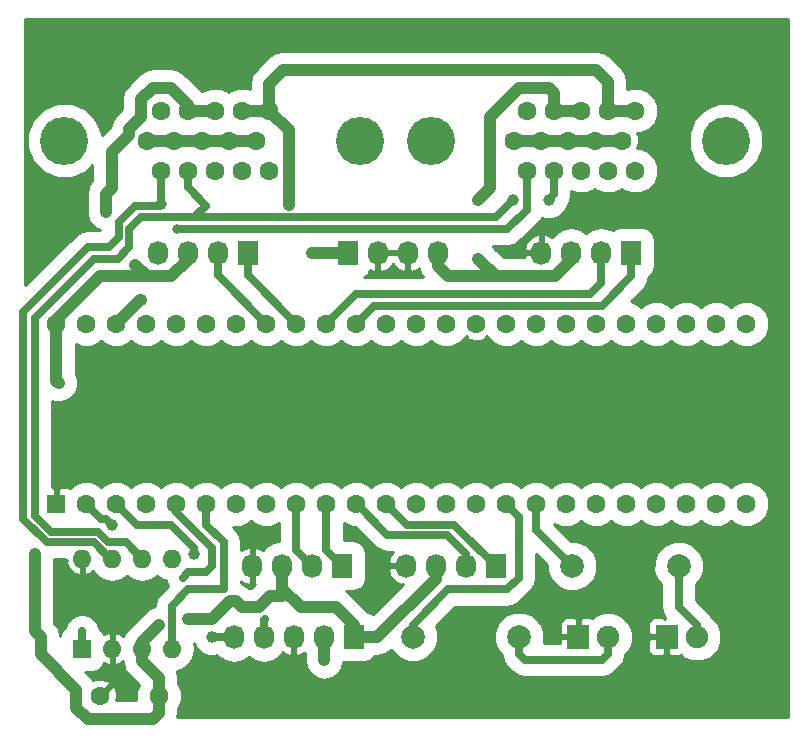
<source format=gbr>
G04 #@! TF.FileFunction,Copper,L2,Bot,Signal*
%FSLAX46Y46*%
G04 Gerber Fmt 4.6, Leading zero omitted, Abs format (unit mm)*
G04 Created by KiCad (PCBNEW 4.0.5) date Monday, January 30, 2017 'PMt' 03:56:46 PM*
%MOMM*%
%LPD*%
G01*
G04 APERTURE LIST*
%ADD10C,0.100000*%
%ADD11C,1.600000*%
%ADD12R,1.600000X1.600000*%
%ADD13R,1.727200X2.032000*%
%ADD14O,1.727200X2.032000*%
%ADD15R,1.900000X2.000000*%
%ADD16C,1.900000*%
%ADD17C,4.064000*%
%ADD18C,1.600200*%
%ADD19O,1.600000X1.600000*%
%ADD20C,2.000000*%
%ADD21C,1.000000*%
%ADD22C,0.800000*%
%ADD23C,0.600000*%
%ADD24C,1.000000*%
%ADD25C,0.650000*%
%ADD26C,0.254000*%
G04 APERTURE END LIST*
D10*
D11*
X193455001Y-123755000D03*
X195995001Y-123755000D03*
X198535001Y-123755000D03*
X201075001Y-123755000D03*
X190915001Y-123755000D03*
X188375001Y-123755000D03*
X185835001Y-123755000D03*
X203615001Y-123755000D03*
X206155001Y-123755000D03*
X208695001Y-123755000D03*
X211235001Y-123755000D03*
X211235001Y-108515000D03*
X208695001Y-108515000D03*
X206155001Y-108515000D03*
X203615001Y-108515000D03*
X201075001Y-108515000D03*
X198535001Y-108515000D03*
X195995001Y-108515000D03*
X193455001Y-108515000D03*
X183295001Y-123755000D03*
X180755001Y-123755000D03*
X178215001Y-123755000D03*
X175675001Y-123755000D03*
X173135001Y-123755000D03*
X170595001Y-123755000D03*
X168055001Y-123755000D03*
X165515001Y-123755000D03*
X162975001Y-123755000D03*
X160435001Y-123755000D03*
X157895001Y-123755000D03*
X155355001Y-123755000D03*
D12*
X152815001Y-123755000D03*
D11*
X190915001Y-108515000D03*
X188375001Y-108515000D03*
X185835001Y-108515000D03*
X183295001Y-108515000D03*
X180755001Y-108515000D03*
X178215001Y-108515000D03*
X175675001Y-108515000D03*
X173135001Y-108515000D03*
X170595001Y-108515000D03*
X168055001Y-108515000D03*
X165515001Y-108515000D03*
X162975001Y-108515000D03*
X160435001Y-108515000D03*
X157895001Y-108515000D03*
X155355001Y-108515000D03*
X152815001Y-108515000D03*
D13*
X169000000Y-102500000D03*
D14*
X166460000Y-102500000D03*
X163920000Y-102500000D03*
X161380000Y-102500000D03*
D15*
X197000000Y-135000000D03*
D16*
X199540000Y-135000000D03*
D15*
X204500000Y-135000000D03*
D16*
X207040000Y-135000000D03*
D17*
X153500660Y-93000000D03*
X178499340Y-93000000D03*
D18*
X170830000Y-90460000D03*
X169685000Y-93000000D03*
X168540000Y-90460000D03*
X166250000Y-90460000D03*
X163960000Y-90460000D03*
X161670000Y-90460000D03*
X167395000Y-93000000D03*
X165105000Y-93000000D03*
X162815000Y-93000000D03*
X160525000Y-93000000D03*
X170830000Y-95540000D03*
X168540000Y-95540000D03*
X166250000Y-95540000D03*
X163960000Y-95540000D03*
X161670000Y-95540000D03*
D17*
X184500660Y-93000000D03*
X209499340Y-93000000D03*
D18*
X201830000Y-90460000D03*
X200685000Y-93000000D03*
X199540000Y-90460000D03*
X197250000Y-90460000D03*
X194960000Y-90460000D03*
X192670000Y-90460000D03*
X198395000Y-93000000D03*
X196105000Y-93000000D03*
X193815000Y-93000000D03*
X191525000Y-93000000D03*
X201830000Y-95540000D03*
X199540000Y-95540000D03*
X197250000Y-95540000D03*
X194960000Y-95540000D03*
X192670000Y-95540000D03*
D13*
X177000000Y-129000000D03*
D14*
X174460000Y-129000000D03*
X171920000Y-129000000D03*
X169380000Y-129000000D03*
D13*
X190000000Y-129000000D03*
D14*
X187460000Y-129000000D03*
X184920000Y-129000000D03*
X182380000Y-129000000D03*
D13*
X201500000Y-102500000D03*
D14*
X198960000Y-102500000D03*
X196420000Y-102500000D03*
X193880000Y-102500000D03*
D13*
X178000000Y-135000000D03*
D14*
X175460000Y-135000000D03*
X172920000Y-135000000D03*
X170380000Y-135000000D03*
X167840000Y-135000000D03*
D12*
X155000000Y-136000000D03*
D19*
X162620000Y-128380000D03*
X157540000Y-136000000D03*
X160080000Y-128380000D03*
X160080000Y-136000000D03*
X157540000Y-128380000D03*
X162620000Y-136000000D03*
X155000000Y-128380000D03*
D20*
X196500000Y-129000000D03*
X205500000Y-129000000D03*
X183000000Y-135000000D03*
X192000000Y-135000000D03*
D13*
X177500000Y-102500000D03*
D14*
X180040000Y-102500000D03*
X182580000Y-102500000D03*
X185120000Y-102500000D03*
D11*
X161500000Y-140000000D03*
X156500000Y-140000000D03*
D21*
X174500000Y-102500000D03*
X172500000Y-98474998D03*
X153000000Y-113500000D03*
X151000000Y-128000000D03*
X161500000Y-134000000D03*
X164000000Y-133500000D03*
X159500000Y-103500000D03*
X157000000Y-99000000D03*
X188500000Y-103000000D03*
X188500000Y-98000000D03*
X194500000Y-98000000D03*
X191500000Y-98000000D03*
X161670000Y-98330000D03*
D22*
X163000000Y-100500000D03*
D23*
X175500000Y-137000000D03*
D21*
X160000000Y-106500000D03*
D23*
X170500000Y-133500000D03*
D21*
X157500000Y-125500000D03*
X164500000Y-128000000D03*
X166000000Y-135000000D03*
D23*
X163500000Y-130000000D03*
X155000000Y-134500000D03*
D24*
X191525000Y-93000000D02*
X193815000Y-93000000D01*
X193815000Y-93000000D02*
X196105000Y-93000000D01*
X196105000Y-93000000D02*
X198395000Y-93000000D01*
X198395000Y-93000000D02*
X200685000Y-93000000D01*
X160525000Y-93000000D02*
X162815000Y-93000000D01*
X162815000Y-93000000D02*
X165105000Y-93000000D01*
X165105000Y-93000000D02*
X167395000Y-93000000D01*
X167395000Y-93000000D02*
X169685000Y-93000000D01*
D25*
X192000000Y-135000000D02*
X192000000Y-136500000D01*
X199540000Y-136460000D02*
X199540000Y-135000000D01*
X199000000Y-137000000D02*
X199540000Y-136460000D01*
X192500000Y-137000000D02*
X199000000Y-137000000D01*
X192000000Y-136500000D02*
X192500000Y-137000000D01*
X205500000Y-129000000D02*
X205500000Y-132500000D01*
X207040000Y-134040000D02*
X207040000Y-135000000D01*
X205500000Y-132500000D02*
X207040000Y-134040000D01*
D24*
X172500000Y-92130000D02*
X172500000Y-98474998D01*
X170830000Y-90460000D02*
X172500000Y-92130000D01*
X174500000Y-102500000D02*
X177500000Y-102500000D01*
X170830000Y-90460000D02*
X170830000Y-88170000D01*
X199540000Y-88040000D02*
X199540000Y-90460000D01*
X198500000Y-87000000D02*
X199540000Y-88040000D01*
X172000000Y-87000000D02*
X198500000Y-87000000D01*
X170830000Y-88170000D02*
X172000000Y-87000000D01*
X199540000Y-90460000D02*
X201830000Y-90460000D01*
X168540000Y-90460000D02*
X170830000Y-90460000D01*
X154500000Y-139500000D02*
X151500000Y-136500000D01*
X153000000Y-113500000D02*
X152815001Y-113315001D01*
X152815001Y-108515000D02*
X152815001Y-113315001D01*
X161500000Y-141500000D02*
X161500000Y-140000000D01*
X161000000Y-142000000D02*
X161500000Y-141500000D01*
X155500000Y-142000000D02*
X161000000Y-142000000D01*
X154500000Y-141000000D02*
X155500000Y-142000000D01*
X154500000Y-139500000D02*
X154500000Y-141000000D01*
X151000000Y-134500000D02*
X151000000Y-128000000D01*
X151500000Y-135000000D02*
X151000000Y-134500000D01*
X151500000Y-136500000D02*
X151500000Y-135000000D01*
X166000000Y-133500000D02*
X164000000Y-133500000D01*
X170920000Y-131580000D02*
X170000000Y-132500000D01*
X170000000Y-132500000D02*
X168500000Y-132500000D01*
X168500000Y-132500000D02*
X168000000Y-132000000D01*
X168000000Y-132000000D02*
X167500000Y-132000000D01*
X167500000Y-132000000D02*
X166000000Y-133500000D01*
X171920000Y-129000000D02*
X171920000Y-131580000D01*
X171920000Y-131580000D02*
X170920000Y-131580000D01*
X161500000Y-134000000D02*
X160080000Y-135420000D01*
X160080000Y-135420000D02*
X160080000Y-136000000D01*
X161500000Y-140000000D02*
X161500000Y-138500000D01*
X160080000Y-137080000D02*
X160080000Y-136000000D01*
X161500000Y-138500000D02*
X160080000Y-137080000D01*
X160500000Y-104500000D02*
X156500000Y-104500000D01*
X156500000Y-104500000D02*
X152815001Y-108184999D01*
X152815001Y-108184999D02*
X152815001Y-108515000D01*
X163960000Y-89960000D02*
X162500000Y-88500000D01*
X161000000Y-88500000D02*
X162500000Y-88500000D01*
X160000000Y-89500000D02*
X161000000Y-88500000D01*
X160000000Y-91000000D02*
X160000000Y-89500000D01*
X159000000Y-92000000D02*
X160000000Y-91000000D01*
X159000000Y-92500000D02*
X159000000Y-92000000D01*
X157500000Y-94000000D02*
X159000000Y-92500000D01*
X157500000Y-97000000D02*
X157500000Y-94000000D01*
X157000000Y-97500000D02*
X157500000Y-97000000D01*
X157000000Y-99000000D02*
X157000000Y-97500000D01*
X162500000Y-104500000D02*
X163920000Y-103080000D01*
X160500000Y-104500000D02*
X162500000Y-104500000D01*
X159500000Y-103500000D02*
X160500000Y-104500000D01*
X196420000Y-102500000D02*
X196420000Y-103080000D01*
X196420000Y-103080000D02*
X195000000Y-104500000D01*
X195000000Y-104500000D02*
X190000000Y-104500000D01*
X190000000Y-104500000D02*
X188500000Y-103000000D01*
X188500000Y-98000000D02*
X189500000Y-97000000D01*
X189500000Y-97000000D02*
X189500000Y-91000000D01*
X189500000Y-91000000D02*
X192000000Y-88500000D01*
X192000000Y-88500000D02*
X194500000Y-88500000D01*
X194500000Y-88500000D02*
X194960000Y-88960000D01*
X194960000Y-88960000D02*
X194960000Y-90460000D01*
X163920000Y-103080000D02*
X163920000Y-102500000D01*
X196420000Y-103080000D02*
X195000000Y-104500000D01*
X185120000Y-103620000D02*
X185120000Y-102500000D01*
X186000000Y-104500000D02*
X185120000Y-103620000D01*
X195000000Y-104500000D02*
X186000000Y-104500000D01*
X163960000Y-89960000D02*
X163960000Y-90460000D01*
X163960000Y-90460000D02*
X163960000Y-89960000D01*
X194960000Y-90460000D02*
X197250000Y-90460000D01*
X163960000Y-90460000D02*
X166250000Y-90460000D01*
X178000000Y-135000000D02*
X180000000Y-135000000D01*
X184920000Y-130080000D02*
X184920000Y-129000000D01*
X180000000Y-135000000D02*
X184920000Y-130080000D01*
X178000000Y-135000000D02*
X178000000Y-134000000D01*
X178000000Y-134000000D02*
X176500000Y-132500000D01*
X176500000Y-132500000D02*
X173500000Y-132500000D01*
X173500000Y-132500000D02*
X171920000Y-130920000D01*
X171920000Y-130920000D02*
X171920000Y-129000000D01*
X160080000Y-136000000D02*
X160080000Y-135920000D01*
D25*
X158700000Y-127000000D02*
X157202084Y-127000000D01*
X160080000Y-128380000D02*
X158700000Y-127000000D01*
X151000000Y-124797916D02*
X151000000Y-108000000D01*
X151000000Y-108000000D02*
X156000000Y-103000000D01*
X159000000Y-100500000D02*
X160000000Y-99500000D01*
X160000000Y-99500000D02*
X164500000Y-99500000D01*
X159000000Y-102000000D02*
X159000000Y-100500000D01*
X158000000Y-103000000D02*
X159000000Y-102000000D01*
X156000000Y-103000000D02*
X158000000Y-103000000D01*
X152352082Y-126149998D02*
X151000000Y-124797916D01*
X156352082Y-126149998D02*
X152352082Y-126149998D01*
X157202084Y-127000000D02*
X156352082Y-126149998D01*
X164500000Y-99500000D02*
X190000000Y-99500000D01*
X194960000Y-97540000D02*
X194960000Y-95540000D01*
X194500000Y-98000000D02*
X194960000Y-97540000D01*
X190000000Y-99500000D02*
X191500000Y-98000000D01*
X163960000Y-96960000D02*
X163960000Y-95540000D01*
X165500000Y-98500000D02*
X163960000Y-96960000D01*
X164500000Y-99500000D02*
X165500000Y-98500000D01*
X163960000Y-95540000D02*
X163960000Y-95960000D01*
X152000000Y-127000000D02*
X156000000Y-127000000D01*
X152000000Y-127000000D02*
X150000000Y-125000000D01*
X150000000Y-107500000D02*
X155500000Y-102000000D01*
X150000000Y-107500000D02*
X150000000Y-125000000D01*
X158148958Y-99851042D02*
X158148958Y-101148958D01*
X159500000Y-98500000D02*
X158148958Y-99851042D01*
X161500000Y-98500000D02*
X159500000Y-98500000D01*
X161670000Y-98330000D02*
X161500000Y-98500000D01*
X157297916Y-102000000D02*
X158148958Y-101148958D01*
X155500000Y-102000000D02*
X157297916Y-102000000D01*
X156000000Y-127000000D02*
X157380000Y-128380000D01*
X157380000Y-128380000D02*
X157540000Y-128380000D01*
X163000000Y-100500000D02*
X191000000Y-100500000D01*
X191000000Y-100500000D02*
X192670000Y-98830000D01*
X192670000Y-98830000D02*
X192670000Y-95540000D01*
X161670000Y-95540000D02*
X161670000Y-98330000D01*
X175675001Y-123755000D02*
X175675001Y-127675001D01*
X175675001Y-127675001D02*
X177000000Y-129000000D01*
X173135001Y-123755000D02*
X173135001Y-127675001D01*
X173135001Y-127675001D02*
X174460000Y-129000000D01*
X180755001Y-123755000D02*
X180755001Y-123755001D01*
X180755001Y-123755001D02*
X182500000Y-125500000D01*
X182500000Y-125500000D02*
X186500000Y-125500000D01*
X186500000Y-125500000D02*
X190000000Y-129000000D01*
X178215001Y-123755000D02*
X178255000Y-123755000D01*
X178255000Y-123755000D02*
X180850002Y-126350002D01*
X187460000Y-127960000D02*
X187460000Y-129000000D01*
X185850002Y-126350002D02*
X187460000Y-127960000D01*
X180850002Y-126350002D02*
X185850002Y-126350002D01*
X201500000Y-102500000D02*
X201500000Y-104500000D01*
X179730001Y-107000000D02*
X178215001Y-108515000D01*
X199000000Y-107000000D02*
X179730001Y-107000000D01*
X201500000Y-104500000D02*
X199000000Y-107000000D01*
X198960000Y-102500000D02*
X198960000Y-105040000D01*
X178190001Y-106000000D02*
X175675001Y-108515000D01*
X198000000Y-106000000D02*
X178190001Y-106000000D01*
X198960000Y-105040000D02*
X198000000Y-106000000D01*
X175675001Y-108515000D02*
X175675001Y-108675001D01*
X169000000Y-102500000D02*
X169000000Y-104379999D01*
X169000000Y-104379999D02*
X173135001Y-108515000D01*
X166460000Y-102500000D02*
X166460000Y-104379999D01*
X166460000Y-104379999D02*
X170595001Y-108515000D01*
X170500000Y-108419999D02*
X170595001Y-108515000D01*
X170515000Y-108515000D02*
X170595001Y-108515000D01*
D24*
X175500000Y-137000000D02*
X175460000Y-136960000D01*
X175460000Y-136960000D02*
X175460000Y-135000000D01*
X160000000Y-106500000D02*
X159910001Y-106500000D01*
X159910001Y-106500000D02*
X157895001Y-108515000D01*
D25*
X170500000Y-133500000D02*
X170380000Y-133620000D01*
X170380000Y-133620000D02*
X170380000Y-135000000D01*
X156600001Y-125000000D02*
X155355001Y-123755000D01*
X157000000Y-125000000D02*
X156600001Y-125000000D01*
X157500000Y-125500000D02*
X157000000Y-125000000D01*
X155355001Y-123755000D02*
X155605002Y-123755000D01*
X157895001Y-123755000D02*
X159640001Y-125500000D01*
X162500000Y-125500000D02*
X159640001Y-125500000D01*
X164500000Y-127500000D02*
X162500000Y-125500000D01*
X164500000Y-128000000D02*
X164500000Y-127500000D01*
X166000000Y-135000000D02*
X167840000Y-135000000D01*
X163500000Y-130000000D02*
X164000000Y-129500000D01*
X164000000Y-129500000D02*
X165500000Y-129500000D01*
X165500000Y-129500000D02*
X166000000Y-129000000D01*
X166000000Y-129000000D02*
X166000000Y-127500000D01*
X162975001Y-124475001D02*
X166000000Y-127500000D01*
X155000000Y-134500000D02*
X155000000Y-136000000D01*
X162975001Y-124475001D02*
X162975001Y-123755000D01*
X167000000Y-131000000D02*
X164000000Y-131000000D01*
X167000000Y-131000000D02*
X167000000Y-127000000D01*
X167000000Y-127000000D02*
X165500000Y-125500000D01*
X165500000Y-123770001D02*
X165500000Y-125500000D01*
X162620000Y-132380000D02*
X162620000Y-136000000D01*
X164000000Y-131000000D02*
X162620000Y-132380000D01*
X165500000Y-123770001D02*
X165515001Y-123755000D01*
X193455001Y-123755000D02*
X193455001Y-125955001D01*
X193455001Y-125955001D02*
X196500000Y-129000000D01*
X183000000Y-135000000D02*
X183000000Y-134000000D01*
X183000000Y-134000000D02*
X186000000Y-131000000D01*
X186000000Y-131000000D02*
X191000000Y-131000000D01*
X191000000Y-131000000D02*
X192000000Y-130000000D01*
X192000000Y-130000000D02*
X192000000Y-124839999D01*
X192000000Y-124839999D02*
X190915001Y-123755000D01*
D26*
G36*
X214798000Y-141798000D02*
X163067725Y-141798000D01*
X163127001Y-141500000D01*
X163127000Y-141499995D01*
X163127000Y-141098651D01*
X163132678Y-141092983D01*
X163426665Y-140384986D01*
X163427334Y-139618378D01*
X163134584Y-138909868D01*
X163127000Y-138902271D01*
X163127000Y-138500000D01*
X163005288Y-137888113D01*
X163357431Y-137818068D01*
X163982595Y-137400347D01*
X164400316Y-136775183D01*
X164547000Y-136037752D01*
X164547000Y-135962248D01*
X164463291Y-135541415D01*
X164619892Y-135920418D01*
X165077175Y-136378499D01*
X165674950Y-136626717D01*
X166322211Y-136627282D01*
X166421850Y-136586112D01*
X166432433Y-136601951D01*
X167078230Y-137033459D01*
X167840000Y-137184984D01*
X168601770Y-137033459D01*
X169110000Y-136693870D01*
X169618230Y-137033459D01*
X170380000Y-137184984D01*
X171141770Y-137033459D01*
X171787567Y-136601951D01*
X171982184Y-136310686D01*
X172017964Y-136350732D01*
X172545209Y-136604709D01*
X172560974Y-136607358D01*
X172793000Y-136486217D01*
X172793000Y-135127000D01*
X172773000Y-135127000D01*
X172773000Y-134873000D01*
X172793000Y-134873000D01*
X172793000Y-134853000D01*
X173047000Y-134853000D01*
X173047000Y-134873000D01*
X173067000Y-134873000D01*
X173067000Y-135127000D01*
X173047000Y-135127000D01*
X173047000Y-136486217D01*
X173279026Y-136607358D01*
X173294791Y-136604709D01*
X173822036Y-136350732D01*
X173833000Y-136338461D01*
X173833000Y-136960000D01*
X173956848Y-137582626D01*
X174309537Y-138110463D01*
X174349538Y-138150463D01*
X174877374Y-138503152D01*
X175500000Y-138627001D01*
X176122626Y-138503152D01*
X176650463Y-138150463D01*
X177003152Y-137622626D01*
X177095800Y-137156857D01*
X177136400Y-137165079D01*
X178863600Y-137165079D01*
X179281241Y-137086494D01*
X179664819Y-136839669D01*
X179810130Y-136627000D01*
X180000000Y-136627000D01*
X180622626Y-136503152D01*
X181150463Y-136150463D01*
X181167079Y-136133847D01*
X181195766Y-136203274D01*
X181793578Y-136802131D01*
X182575057Y-137126630D01*
X183421230Y-137127368D01*
X184203274Y-136804234D01*
X184802131Y-136206422D01*
X185126630Y-135424943D01*
X185126633Y-135421230D01*
X189872632Y-135421230D01*
X190195766Y-136203274D01*
X190561942Y-136570090D01*
X190658527Y-137055657D01*
X190973281Y-137526719D01*
X191473281Y-138026719D01*
X191944344Y-138341473D01*
X192500000Y-138452000D01*
X199000000Y-138452000D01*
X199555657Y-138341473D01*
X200026719Y-138026719D01*
X200566719Y-137486719D01*
X200881473Y-137015657D01*
X200985722Y-136491561D01*
X201299768Y-136178062D01*
X201616639Y-135414953D01*
X201616751Y-135285750D01*
X202915000Y-135285750D01*
X202915000Y-136126309D01*
X203011673Y-136359698D01*
X203190301Y-136538327D01*
X203423690Y-136635000D01*
X204214250Y-136635000D01*
X204373000Y-136476250D01*
X204373000Y-135127000D01*
X203073750Y-135127000D01*
X202915000Y-135285750D01*
X201616751Y-135285750D01*
X201617360Y-134588672D01*
X201321937Y-133873691D01*
X202915000Y-133873691D01*
X202915000Y-134714250D01*
X203073750Y-134873000D01*
X204373000Y-134873000D01*
X204373000Y-134853000D01*
X204627000Y-134853000D01*
X204627000Y-134873000D01*
X204647000Y-134873000D01*
X204647000Y-135127000D01*
X204627000Y-135127000D01*
X204627000Y-136476250D01*
X204785750Y-136635000D01*
X205576310Y-136635000D01*
X205690267Y-136587797D01*
X205861938Y-136759768D01*
X206625047Y-137076639D01*
X207451328Y-137077360D01*
X208214989Y-136761822D01*
X208799768Y-136178062D01*
X209116639Y-135414953D01*
X209117360Y-134588672D01*
X208801822Y-133825011D01*
X208218971Y-133241143D01*
X208066719Y-133013281D01*
X206952000Y-131898562D01*
X206952000Y-130555942D01*
X207302131Y-130206422D01*
X207626630Y-129424943D01*
X207627368Y-128578770D01*
X207304234Y-127796726D01*
X206706422Y-127197869D01*
X205924943Y-126873370D01*
X205078770Y-126872632D01*
X204296726Y-127195766D01*
X203697869Y-127793578D01*
X203373370Y-128575057D01*
X203372632Y-129421230D01*
X203695766Y-130203274D01*
X204048000Y-130556124D01*
X204048000Y-132500000D01*
X204158527Y-133055657D01*
X204372998Y-133376635D01*
X204372998Y-133523748D01*
X204214250Y-133365000D01*
X203423690Y-133365000D01*
X203190301Y-133461673D01*
X203011673Y-133640302D01*
X202915000Y-133873691D01*
X201321937Y-133873691D01*
X201301822Y-133825011D01*
X200718062Y-133240232D01*
X199954953Y-132923361D01*
X199128672Y-132922640D01*
X198365011Y-133238178D01*
X198190561Y-133412324D01*
X198076310Y-133365000D01*
X197285750Y-133365000D01*
X197127000Y-133523750D01*
X197127000Y-134873000D01*
X197147000Y-134873000D01*
X197147000Y-135127000D01*
X197127000Y-135127000D01*
X197127000Y-135147000D01*
X196873000Y-135147000D01*
X196873000Y-135127000D01*
X195573750Y-135127000D01*
X195415000Y-135285750D01*
X195415000Y-135548000D01*
X194075532Y-135548000D01*
X194126630Y-135424943D01*
X194127368Y-134578770D01*
X193836036Y-133873691D01*
X195415000Y-133873691D01*
X195415000Y-134714250D01*
X195573750Y-134873000D01*
X196873000Y-134873000D01*
X196873000Y-133523750D01*
X196714250Y-133365000D01*
X195923690Y-133365000D01*
X195690301Y-133461673D01*
X195511673Y-133640302D01*
X195415000Y-133873691D01*
X193836036Y-133873691D01*
X193804234Y-133796726D01*
X193206422Y-133197869D01*
X192424943Y-132873370D01*
X191578770Y-132872632D01*
X190796726Y-133195766D01*
X190197869Y-133793578D01*
X189873370Y-134575057D01*
X189872632Y-135421230D01*
X185126633Y-135421230D01*
X185127368Y-134578770D01*
X184936530Y-134116908D01*
X186601438Y-132452000D01*
X191000000Y-132452000D01*
X191555657Y-132341473D01*
X192026719Y-132026719D01*
X193026719Y-131026719D01*
X193341473Y-130555656D01*
X193452000Y-130000000D01*
X193452000Y-128005438D01*
X194373063Y-128926501D01*
X194372632Y-129421230D01*
X194695766Y-130203274D01*
X195293578Y-130802131D01*
X196075057Y-131126630D01*
X196921230Y-131127368D01*
X197703274Y-130804234D01*
X198302131Y-130206422D01*
X198626630Y-129424943D01*
X198627368Y-128578770D01*
X198304234Y-127796726D01*
X197706422Y-127197869D01*
X196924943Y-126873370D01*
X196426373Y-126872935D01*
X194968879Y-125415441D01*
X195610015Y-125681665D01*
X196376623Y-125682334D01*
X197085133Y-125389584D01*
X197264840Y-125210190D01*
X197442018Y-125387678D01*
X198150015Y-125681665D01*
X198916623Y-125682334D01*
X199625133Y-125389584D01*
X199804840Y-125210190D01*
X199982018Y-125387678D01*
X200690015Y-125681665D01*
X201456623Y-125682334D01*
X202165133Y-125389584D01*
X202344840Y-125210190D01*
X202522018Y-125387678D01*
X203230015Y-125681665D01*
X203996623Y-125682334D01*
X204705133Y-125389584D01*
X204884840Y-125210190D01*
X205062018Y-125387678D01*
X205770015Y-125681665D01*
X206536623Y-125682334D01*
X207245133Y-125389584D01*
X207424840Y-125210190D01*
X207602018Y-125387678D01*
X208310015Y-125681665D01*
X209076623Y-125682334D01*
X209785133Y-125389584D01*
X209964840Y-125210190D01*
X210142018Y-125387678D01*
X210850015Y-125681665D01*
X211616623Y-125682334D01*
X212325133Y-125389584D01*
X212867679Y-124847983D01*
X213161666Y-124139986D01*
X213162335Y-123373378D01*
X212869585Y-122664868D01*
X212327984Y-122122322D01*
X211619987Y-121828335D01*
X210853379Y-121827666D01*
X210144869Y-122120416D01*
X209965162Y-122299810D01*
X209787984Y-122122322D01*
X209079987Y-121828335D01*
X208313379Y-121827666D01*
X207604869Y-122120416D01*
X207425162Y-122299810D01*
X207247984Y-122122322D01*
X206539987Y-121828335D01*
X205773379Y-121827666D01*
X205064869Y-122120416D01*
X204885162Y-122299810D01*
X204707984Y-122122322D01*
X203999987Y-121828335D01*
X203233379Y-121827666D01*
X202524869Y-122120416D01*
X202345162Y-122299810D01*
X202167984Y-122122322D01*
X201459987Y-121828335D01*
X200693379Y-121827666D01*
X199984869Y-122120416D01*
X199805162Y-122299810D01*
X199627984Y-122122322D01*
X198919987Y-121828335D01*
X198153379Y-121827666D01*
X197444869Y-122120416D01*
X197265162Y-122299810D01*
X197087984Y-122122322D01*
X196379987Y-121828335D01*
X195613379Y-121827666D01*
X194904869Y-122120416D01*
X194725162Y-122299810D01*
X194547984Y-122122322D01*
X193839987Y-121828335D01*
X193073379Y-121827666D01*
X192364869Y-122120416D01*
X192185162Y-122299810D01*
X192007984Y-122122322D01*
X191299987Y-121828335D01*
X190533379Y-121827666D01*
X189824869Y-122120416D01*
X189645162Y-122299810D01*
X189467984Y-122122322D01*
X188759987Y-121828335D01*
X187993379Y-121827666D01*
X187284869Y-122120416D01*
X187105162Y-122299810D01*
X186927984Y-122122322D01*
X186219987Y-121828335D01*
X185453379Y-121827666D01*
X184744869Y-122120416D01*
X184565162Y-122299810D01*
X184387984Y-122122322D01*
X183679987Y-121828335D01*
X182913379Y-121827666D01*
X182204869Y-122120416D01*
X182025162Y-122299810D01*
X181847984Y-122122322D01*
X181139987Y-121828335D01*
X180373379Y-121827666D01*
X179664869Y-122120416D01*
X179485162Y-122299810D01*
X179307984Y-122122322D01*
X178599987Y-121828335D01*
X177833379Y-121827666D01*
X177124869Y-122120416D01*
X176945162Y-122299810D01*
X176767984Y-122122322D01*
X176059987Y-121828335D01*
X175293379Y-121827666D01*
X174584869Y-122120416D01*
X174405162Y-122299810D01*
X174227984Y-122122322D01*
X173519987Y-121828335D01*
X172753379Y-121827666D01*
X172044869Y-122120416D01*
X171865162Y-122299810D01*
X171687984Y-122122322D01*
X170979987Y-121828335D01*
X170213379Y-121827666D01*
X169504869Y-122120416D01*
X169325162Y-122299810D01*
X169147984Y-122122322D01*
X168439987Y-121828335D01*
X167673379Y-121827666D01*
X166964869Y-122120416D01*
X166785162Y-122299810D01*
X166607984Y-122122322D01*
X165899987Y-121828335D01*
X165133379Y-121827666D01*
X164424869Y-122120416D01*
X164245162Y-122299810D01*
X164067984Y-122122322D01*
X163359987Y-121828335D01*
X162593379Y-121827666D01*
X161884869Y-122120416D01*
X161705162Y-122299810D01*
X161527984Y-122122322D01*
X160819987Y-121828335D01*
X160053379Y-121827666D01*
X159344869Y-122120416D01*
X159165162Y-122299810D01*
X158987984Y-122122322D01*
X158279987Y-121828335D01*
X157513379Y-121827666D01*
X156804869Y-122120416D01*
X156625162Y-122299810D01*
X156447984Y-122122322D01*
X155739987Y-121828335D01*
X154973379Y-121827666D01*
X154264869Y-122120416D01*
X153970032Y-122414740D01*
X153741310Y-122320000D01*
X153100751Y-122320000D01*
X152942001Y-122478750D01*
X152942001Y-123628000D01*
X152962001Y-123628000D01*
X152962001Y-123882000D01*
X152942001Y-123882000D01*
X152942001Y-123902000D01*
X152688001Y-123902000D01*
X152688001Y-123882000D01*
X152668001Y-123882000D01*
X152668001Y-123628000D01*
X152688001Y-123628000D01*
X152688001Y-122478750D01*
X152529251Y-122320000D01*
X152452000Y-122320000D01*
X152452000Y-115034140D01*
X152674950Y-115126717D01*
X153322211Y-115127282D01*
X153920418Y-114880108D01*
X154378499Y-114422825D01*
X154626717Y-113825050D01*
X154627282Y-113177789D01*
X154442001Y-112729375D01*
X154442001Y-110222414D01*
X154970015Y-110441665D01*
X155736623Y-110442334D01*
X156445133Y-110149584D01*
X156624840Y-109970190D01*
X156802018Y-110147678D01*
X157510015Y-110441665D01*
X158276623Y-110442334D01*
X158985133Y-110149584D01*
X159164840Y-109970190D01*
X159342018Y-110147678D01*
X160050015Y-110441665D01*
X160816623Y-110442334D01*
X161525133Y-110149584D01*
X161704840Y-109970190D01*
X161882018Y-110147678D01*
X162590015Y-110441665D01*
X163356623Y-110442334D01*
X164065133Y-110149584D01*
X164244840Y-109970190D01*
X164422018Y-110147678D01*
X165130015Y-110441665D01*
X165896623Y-110442334D01*
X166605133Y-110149584D01*
X166784840Y-109970190D01*
X166962018Y-110147678D01*
X167670015Y-110441665D01*
X168436623Y-110442334D01*
X169145133Y-110149584D01*
X169324840Y-109970190D01*
X169502018Y-110147678D01*
X170210015Y-110441665D01*
X170976623Y-110442334D01*
X171685133Y-110149584D01*
X171864840Y-109970190D01*
X172042018Y-110147678D01*
X172750015Y-110441665D01*
X173516623Y-110442334D01*
X174225133Y-110149584D01*
X174404840Y-109970190D01*
X174582018Y-110147678D01*
X175290015Y-110441665D01*
X176056623Y-110442334D01*
X176765133Y-110149584D01*
X176944840Y-109970190D01*
X177122018Y-110147678D01*
X177830015Y-110441665D01*
X178596623Y-110442334D01*
X179305133Y-110149584D01*
X179484840Y-109970190D01*
X179662018Y-110147678D01*
X180370015Y-110441665D01*
X181136623Y-110442334D01*
X181845133Y-110149584D01*
X182024840Y-109970190D01*
X182202018Y-110147678D01*
X182910015Y-110441665D01*
X183676623Y-110442334D01*
X184385133Y-110149584D01*
X184564840Y-109970190D01*
X184742018Y-110147678D01*
X185450015Y-110441665D01*
X186216623Y-110442334D01*
X186925133Y-110149584D01*
X187467679Y-109607983D01*
X187471977Y-109597632D01*
X187546862Y-109522747D01*
X187620996Y-109768864D01*
X188158224Y-109961965D01*
X188728455Y-109934778D01*
X189129006Y-109768864D01*
X189203140Y-109522747D01*
X189276820Y-109596427D01*
X189280417Y-109605132D01*
X189822018Y-110147678D01*
X190530015Y-110441665D01*
X191296623Y-110442334D01*
X192005133Y-110149584D01*
X192184840Y-109970190D01*
X192362018Y-110147678D01*
X193070015Y-110441665D01*
X193836623Y-110442334D01*
X194545133Y-110149584D01*
X194724840Y-109970190D01*
X194902018Y-110147678D01*
X195610015Y-110441665D01*
X196376623Y-110442334D01*
X197085133Y-110149584D01*
X197264840Y-109970190D01*
X197442018Y-110147678D01*
X198150015Y-110441665D01*
X198916623Y-110442334D01*
X199625133Y-110149584D01*
X199804840Y-109970190D01*
X199982018Y-110147678D01*
X200690015Y-110441665D01*
X201456623Y-110442334D01*
X202165133Y-110149584D01*
X202344840Y-109970190D01*
X202522018Y-110147678D01*
X203230015Y-110441665D01*
X203996623Y-110442334D01*
X204705133Y-110149584D01*
X204884840Y-109970190D01*
X205062018Y-110147678D01*
X205770015Y-110441665D01*
X206536623Y-110442334D01*
X207245133Y-110149584D01*
X207424840Y-109970190D01*
X207602018Y-110147678D01*
X208310015Y-110441665D01*
X209076623Y-110442334D01*
X209785133Y-110149584D01*
X209964840Y-109970190D01*
X210142018Y-110147678D01*
X210850015Y-110441665D01*
X211616623Y-110442334D01*
X212325133Y-110149584D01*
X212867679Y-109607983D01*
X213161666Y-108899986D01*
X213162335Y-108133378D01*
X212869585Y-107424868D01*
X212327984Y-106882322D01*
X211619987Y-106588335D01*
X210853379Y-106587666D01*
X210144869Y-106880416D01*
X209965162Y-107059810D01*
X209787984Y-106882322D01*
X209079987Y-106588335D01*
X208313379Y-106587666D01*
X207604869Y-106880416D01*
X207425162Y-107059810D01*
X207247984Y-106882322D01*
X206539987Y-106588335D01*
X205773379Y-106587666D01*
X205064869Y-106880416D01*
X204885162Y-107059810D01*
X204707984Y-106882322D01*
X203999987Y-106588335D01*
X203233379Y-106587666D01*
X202524869Y-106880416D01*
X202345162Y-107059810D01*
X202167984Y-106882322D01*
X201463602Y-106589836D01*
X202526719Y-105526719D01*
X202841473Y-105055656D01*
X202952000Y-104500000D01*
X202952000Y-104476614D01*
X203164819Y-104339669D01*
X203422148Y-103963056D01*
X203512679Y-103516000D01*
X203512679Y-101484000D01*
X203434094Y-101066359D01*
X203187269Y-100682781D01*
X202810656Y-100425452D01*
X202363600Y-100334921D01*
X200636400Y-100334921D01*
X200218759Y-100413506D01*
X199925152Y-100602436D01*
X199721770Y-100466541D01*
X198960000Y-100315016D01*
X198198230Y-100466541D01*
X197690000Y-100806130D01*
X197181770Y-100466541D01*
X196420000Y-100315016D01*
X195658230Y-100466541D01*
X195012433Y-100898049D01*
X194817816Y-101189314D01*
X194782036Y-101149268D01*
X194254791Y-100895291D01*
X194239026Y-100892642D01*
X194007000Y-101013783D01*
X194007000Y-102373000D01*
X194027000Y-102373000D01*
X194027000Y-102627000D01*
X194007000Y-102627000D01*
X194007000Y-102647000D01*
X193753000Y-102647000D01*
X193753000Y-102627000D01*
X192539076Y-102627000D01*
X192394816Y-102861913D01*
X192398694Y-102873000D01*
X190673925Y-102873000D01*
X189939013Y-102138087D01*
X192394816Y-102138087D01*
X192539076Y-102373000D01*
X193753000Y-102373000D01*
X193753000Y-101013783D01*
X193520974Y-100892642D01*
X193505209Y-100895291D01*
X192977964Y-101149268D01*
X192588046Y-101585680D01*
X192394816Y-102138087D01*
X189939013Y-102138087D01*
X189752926Y-101952000D01*
X191000000Y-101952000D01*
X191555657Y-101841473D01*
X192026719Y-101526719D01*
X193696719Y-99856719D01*
X193920891Y-99521222D01*
X194174950Y-99626717D01*
X194822211Y-99627282D01*
X195420418Y-99380108D01*
X195878499Y-98922825D01*
X196091455Y-98409971D01*
X196301473Y-98095657D01*
X196412000Y-97540000D01*
X196412000Y-97278665D01*
X196864994Y-97466765D01*
X197631642Y-97467434D01*
X198340188Y-97174668D01*
X198394620Y-97120331D01*
X198446960Y-97172763D01*
X199154994Y-97466765D01*
X199921642Y-97467434D01*
X200630188Y-97174668D01*
X200684620Y-97120331D01*
X200736960Y-97172763D01*
X201444994Y-97466765D01*
X202211642Y-97467434D01*
X202920188Y-97174668D01*
X203462763Y-96633040D01*
X203756765Y-95925006D01*
X203757434Y-95158358D01*
X203464668Y-94449812D01*
X202923040Y-93907237D01*
X202244802Y-93625607D01*
X206339793Y-93625607D01*
X206819709Y-94787092D01*
X207707574Y-95676508D01*
X208868219Y-96158450D01*
X210124947Y-96159547D01*
X211286432Y-95679631D01*
X212175848Y-94791766D01*
X212657790Y-93631121D01*
X212658887Y-92374393D01*
X212178971Y-91212908D01*
X211291106Y-90323492D01*
X210130461Y-89841550D01*
X208873733Y-89840453D01*
X207712248Y-90320369D01*
X206822832Y-91208234D01*
X206340890Y-92368879D01*
X206339793Y-93625607D01*
X202244802Y-93625607D01*
X202215006Y-93613235D01*
X201989638Y-93613038D01*
X202132064Y-93216800D01*
X202104879Y-92646530D01*
X201997480Y-92387247D01*
X202211642Y-92387434D01*
X202920188Y-92094668D01*
X203462763Y-91553040D01*
X203756765Y-90845006D01*
X203757434Y-90078358D01*
X203464668Y-89369812D01*
X202923040Y-88827237D01*
X202215006Y-88533235D01*
X201448358Y-88532566D01*
X201167000Y-88648821D01*
X201167000Y-88040000D01*
X201043152Y-87417374D01*
X200690463Y-86889537D01*
X199650463Y-85849537D01*
X199122626Y-85496848D01*
X198500000Y-85373000D01*
X172000000Y-85373000D01*
X171377374Y-85496848D01*
X170849537Y-85849537D01*
X169679537Y-87019537D01*
X169326848Y-87547374D01*
X169203000Y-88170000D01*
X169203000Y-88648668D01*
X168925006Y-88533235D01*
X168158358Y-88532566D01*
X167449812Y-88825332D01*
X167395380Y-88879669D01*
X167343040Y-88827237D01*
X166635006Y-88533235D01*
X165868358Y-88532566D01*
X165159812Y-88825332D01*
X165152131Y-88833000D01*
X165126140Y-88833000D01*
X165110463Y-88809537D01*
X163650463Y-87349537D01*
X163122626Y-86996848D01*
X162500000Y-86873000D01*
X161000005Y-86873000D01*
X161000000Y-86872999D01*
X160377374Y-86996848D01*
X159849537Y-87349537D01*
X159849535Y-87349540D01*
X158849537Y-88349537D01*
X158496848Y-88877374D01*
X158373000Y-89500000D01*
X158373000Y-90326075D01*
X157849537Y-90849537D01*
X157496848Y-91377374D01*
X157416186Y-91782889D01*
X156660063Y-92539011D01*
X156660207Y-92374393D01*
X156180291Y-91212908D01*
X155292426Y-90323492D01*
X154131781Y-89841550D01*
X152875053Y-89840453D01*
X151713568Y-90320369D01*
X150824152Y-91208234D01*
X150342210Y-92368879D01*
X150341113Y-93625607D01*
X150821029Y-94787092D01*
X151708894Y-95676508D01*
X152869539Y-96158450D01*
X154126267Y-96159547D01*
X155287752Y-95679631D01*
X155873000Y-95095404D01*
X155873000Y-96326074D01*
X155849537Y-96349537D01*
X155496848Y-96877374D01*
X155373000Y-97500000D01*
X155373000Y-98999153D01*
X155372718Y-99322211D01*
X155619892Y-99920418D01*
X156077175Y-100378499D01*
X156485379Y-100548000D01*
X155500000Y-100548000D01*
X154944344Y-100658527D01*
X154473281Y-100973281D01*
X150202000Y-105244562D01*
X150202000Y-82702000D01*
X214798000Y-82702000D01*
X214798000Y-141798000D01*
X214798000Y-141798000D01*
G37*
X214798000Y-141798000D02*
X163067725Y-141798000D01*
X163127001Y-141500000D01*
X163127000Y-141499995D01*
X163127000Y-141098651D01*
X163132678Y-141092983D01*
X163426665Y-140384986D01*
X163427334Y-139618378D01*
X163134584Y-138909868D01*
X163127000Y-138902271D01*
X163127000Y-138500000D01*
X163005288Y-137888113D01*
X163357431Y-137818068D01*
X163982595Y-137400347D01*
X164400316Y-136775183D01*
X164547000Y-136037752D01*
X164547000Y-135962248D01*
X164463291Y-135541415D01*
X164619892Y-135920418D01*
X165077175Y-136378499D01*
X165674950Y-136626717D01*
X166322211Y-136627282D01*
X166421850Y-136586112D01*
X166432433Y-136601951D01*
X167078230Y-137033459D01*
X167840000Y-137184984D01*
X168601770Y-137033459D01*
X169110000Y-136693870D01*
X169618230Y-137033459D01*
X170380000Y-137184984D01*
X171141770Y-137033459D01*
X171787567Y-136601951D01*
X171982184Y-136310686D01*
X172017964Y-136350732D01*
X172545209Y-136604709D01*
X172560974Y-136607358D01*
X172793000Y-136486217D01*
X172793000Y-135127000D01*
X172773000Y-135127000D01*
X172773000Y-134873000D01*
X172793000Y-134873000D01*
X172793000Y-134853000D01*
X173047000Y-134853000D01*
X173047000Y-134873000D01*
X173067000Y-134873000D01*
X173067000Y-135127000D01*
X173047000Y-135127000D01*
X173047000Y-136486217D01*
X173279026Y-136607358D01*
X173294791Y-136604709D01*
X173822036Y-136350732D01*
X173833000Y-136338461D01*
X173833000Y-136960000D01*
X173956848Y-137582626D01*
X174309537Y-138110463D01*
X174349538Y-138150463D01*
X174877374Y-138503152D01*
X175500000Y-138627001D01*
X176122626Y-138503152D01*
X176650463Y-138150463D01*
X177003152Y-137622626D01*
X177095800Y-137156857D01*
X177136400Y-137165079D01*
X178863600Y-137165079D01*
X179281241Y-137086494D01*
X179664819Y-136839669D01*
X179810130Y-136627000D01*
X180000000Y-136627000D01*
X180622626Y-136503152D01*
X181150463Y-136150463D01*
X181167079Y-136133847D01*
X181195766Y-136203274D01*
X181793578Y-136802131D01*
X182575057Y-137126630D01*
X183421230Y-137127368D01*
X184203274Y-136804234D01*
X184802131Y-136206422D01*
X185126630Y-135424943D01*
X185126633Y-135421230D01*
X189872632Y-135421230D01*
X190195766Y-136203274D01*
X190561942Y-136570090D01*
X190658527Y-137055657D01*
X190973281Y-137526719D01*
X191473281Y-138026719D01*
X191944344Y-138341473D01*
X192500000Y-138452000D01*
X199000000Y-138452000D01*
X199555657Y-138341473D01*
X200026719Y-138026719D01*
X200566719Y-137486719D01*
X200881473Y-137015657D01*
X200985722Y-136491561D01*
X201299768Y-136178062D01*
X201616639Y-135414953D01*
X201616751Y-135285750D01*
X202915000Y-135285750D01*
X202915000Y-136126309D01*
X203011673Y-136359698D01*
X203190301Y-136538327D01*
X203423690Y-136635000D01*
X204214250Y-136635000D01*
X204373000Y-136476250D01*
X204373000Y-135127000D01*
X203073750Y-135127000D01*
X202915000Y-135285750D01*
X201616751Y-135285750D01*
X201617360Y-134588672D01*
X201321937Y-133873691D01*
X202915000Y-133873691D01*
X202915000Y-134714250D01*
X203073750Y-134873000D01*
X204373000Y-134873000D01*
X204373000Y-134853000D01*
X204627000Y-134853000D01*
X204627000Y-134873000D01*
X204647000Y-134873000D01*
X204647000Y-135127000D01*
X204627000Y-135127000D01*
X204627000Y-136476250D01*
X204785750Y-136635000D01*
X205576310Y-136635000D01*
X205690267Y-136587797D01*
X205861938Y-136759768D01*
X206625047Y-137076639D01*
X207451328Y-137077360D01*
X208214989Y-136761822D01*
X208799768Y-136178062D01*
X209116639Y-135414953D01*
X209117360Y-134588672D01*
X208801822Y-133825011D01*
X208218971Y-133241143D01*
X208066719Y-133013281D01*
X206952000Y-131898562D01*
X206952000Y-130555942D01*
X207302131Y-130206422D01*
X207626630Y-129424943D01*
X207627368Y-128578770D01*
X207304234Y-127796726D01*
X206706422Y-127197869D01*
X205924943Y-126873370D01*
X205078770Y-126872632D01*
X204296726Y-127195766D01*
X203697869Y-127793578D01*
X203373370Y-128575057D01*
X203372632Y-129421230D01*
X203695766Y-130203274D01*
X204048000Y-130556124D01*
X204048000Y-132500000D01*
X204158527Y-133055657D01*
X204372998Y-133376635D01*
X204372998Y-133523748D01*
X204214250Y-133365000D01*
X203423690Y-133365000D01*
X203190301Y-133461673D01*
X203011673Y-133640302D01*
X202915000Y-133873691D01*
X201321937Y-133873691D01*
X201301822Y-133825011D01*
X200718062Y-133240232D01*
X199954953Y-132923361D01*
X199128672Y-132922640D01*
X198365011Y-133238178D01*
X198190561Y-133412324D01*
X198076310Y-133365000D01*
X197285750Y-133365000D01*
X197127000Y-133523750D01*
X197127000Y-134873000D01*
X197147000Y-134873000D01*
X197147000Y-135127000D01*
X197127000Y-135127000D01*
X197127000Y-135147000D01*
X196873000Y-135147000D01*
X196873000Y-135127000D01*
X195573750Y-135127000D01*
X195415000Y-135285750D01*
X195415000Y-135548000D01*
X194075532Y-135548000D01*
X194126630Y-135424943D01*
X194127368Y-134578770D01*
X193836036Y-133873691D01*
X195415000Y-133873691D01*
X195415000Y-134714250D01*
X195573750Y-134873000D01*
X196873000Y-134873000D01*
X196873000Y-133523750D01*
X196714250Y-133365000D01*
X195923690Y-133365000D01*
X195690301Y-133461673D01*
X195511673Y-133640302D01*
X195415000Y-133873691D01*
X193836036Y-133873691D01*
X193804234Y-133796726D01*
X193206422Y-133197869D01*
X192424943Y-132873370D01*
X191578770Y-132872632D01*
X190796726Y-133195766D01*
X190197869Y-133793578D01*
X189873370Y-134575057D01*
X189872632Y-135421230D01*
X185126633Y-135421230D01*
X185127368Y-134578770D01*
X184936530Y-134116908D01*
X186601438Y-132452000D01*
X191000000Y-132452000D01*
X191555657Y-132341473D01*
X192026719Y-132026719D01*
X193026719Y-131026719D01*
X193341473Y-130555656D01*
X193452000Y-130000000D01*
X193452000Y-128005438D01*
X194373063Y-128926501D01*
X194372632Y-129421230D01*
X194695766Y-130203274D01*
X195293578Y-130802131D01*
X196075057Y-131126630D01*
X196921230Y-131127368D01*
X197703274Y-130804234D01*
X198302131Y-130206422D01*
X198626630Y-129424943D01*
X198627368Y-128578770D01*
X198304234Y-127796726D01*
X197706422Y-127197869D01*
X196924943Y-126873370D01*
X196426373Y-126872935D01*
X194968879Y-125415441D01*
X195610015Y-125681665D01*
X196376623Y-125682334D01*
X197085133Y-125389584D01*
X197264840Y-125210190D01*
X197442018Y-125387678D01*
X198150015Y-125681665D01*
X198916623Y-125682334D01*
X199625133Y-125389584D01*
X199804840Y-125210190D01*
X199982018Y-125387678D01*
X200690015Y-125681665D01*
X201456623Y-125682334D01*
X202165133Y-125389584D01*
X202344840Y-125210190D01*
X202522018Y-125387678D01*
X203230015Y-125681665D01*
X203996623Y-125682334D01*
X204705133Y-125389584D01*
X204884840Y-125210190D01*
X205062018Y-125387678D01*
X205770015Y-125681665D01*
X206536623Y-125682334D01*
X207245133Y-125389584D01*
X207424840Y-125210190D01*
X207602018Y-125387678D01*
X208310015Y-125681665D01*
X209076623Y-125682334D01*
X209785133Y-125389584D01*
X209964840Y-125210190D01*
X210142018Y-125387678D01*
X210850015Y-125681665D01*
X211616623Y-125682334D01*
X212325133Y-125389584D01*
X212867679Y-124847983D01*
X213161666Y-124139986D01*
X213162335Y-123373378D01*
X212869585Y-122664868D01*
X212327984Y-122122322D01*
X211619987Y-121828335D01*
X210853379Y-121827666D01*
X210144869Y-122120416D01*
X209965162Y-122299810D01*
X209787984Y-122122322D01*
X209079987Y-121828335D01*
X208313379Y-121827666D01*
X207604869Y-122120416D01*
X207425162Y-122299810D01*
X207247984Y-122122322D01*
X206539987Y-121828335D01*
X205773379Y-121827666D01*
X205064869Y-122120416D01*
X204885162Y-122299810D01*
X204707984Y-122122322D01*
X203999987Y-121828335D01*
X203233379Y-121827666D01*
X202524869Y-122120416D01*
X202345162Y-122299810D01*
X202167984Y-122122322D01*
X201459987Y-121828335D01*
X200693379Y-121827666D01*
X199984869Y-122120416D01*
X199805162Y-122299810D01*
X199627984Y-122122322D01*
X198919987Y-121828335D01*
X198153379Y-121827666D01*
X197444869Y-122120416D01*
X197265162Y-122299810D01*
X197087984Y-122122322D01*
X196379987Y-121828335D01*
X195613379Y-121827666D01*
X194904869Y-122120416D01*
X194725162Y-122299810D01*
X194547984Y-122122322D01*
X193839987Y-121828335D01*
X193073379Y-121827666D01*
X192364869Y-122120416D01*
X192185162Y-122299810D01*
X192007984Y-122122322D01*
X191299987Y-121828335D01*
X190533379Y-121827666D01*
X189824869Y-122120416D01*
X189645162Y-122299810D01*
X189467984Y-122122322D01*
X188759987Y-121828335D01*
X187993379Y-121827666D01*
X187284869Y-122120416D01*
X187105162Y-122299810D01*
X186927984Y-122122322D01*
X186219987Y-121828335D01*
X185453379Y-121827666D01*
X184744869Y-122120416D01*
X184565162Y-122299810D01*
X184387984Y-122122322D01*
X183679987Y-121828335D01*
X182913379Y-121827666D01*
X182204869Y-122120416D01*
X182025162Y-122299810D01*
X181847984Y-122122322D01*
X181139987Y-121828335D01*
X180373379Y-121827666D01*
X179664869Y-122120416D01*
X179485162Y-122299810D01*
X179307984Y-122122322D01*
X178599987Y-121828335D01*
X177833379Y-121827666D01*
X177124869Y-122120416D01*
X176945162Y-122299810D01*
X176767984Y-122122322D01*
X176059987Y-121828335D01*
X175293379Y-121827666D01*
X174584869Y-122120416D01*
X174405162Y-122299810D01*
X174227984Y-122122322D01*
X173519987Y-121828335D01*
X172753379Y-121827666D01*
X172044869Y-122120416D01*
X171865162Y-122299810D01*
X171687984Y-122122322D01*
X170979987Y-121828335D01*
X170213379Y-121827666D01*
X169504869Y-122120416D01*
X169325162Y-122299810D01*
X169147984Y-122122322D01*
X168439987Y-121828335D01*
X167673379Y-121827666D01*
X166964869Y-122120416D01*
X166785162Y-122299810D01*
X166607984Y-122122322D01*
X165899987Y-121828335D01*
X165133379Y-121827666D01*
X164424869Y-122120416D01*
X164245162Y-122299810D01*
X164067984Y-122122322D01*
X163359987Y-121828335D01*
X162593379Y-121827666D01*
X161884869Y-122120416D01*
X161705162Y-122299810D01*
X161527984Y-122122322D01*
X160819987Y-121828335D01*
X160053379Y-121827666D01*
X159344869Y-122120416D01*
X159165162Y-122299810D01*
X158987984Y-122122322D01*
X158279987Y-121828335D01*
X157513379Y-121827666D01*
X156804869Y-122120416D01*
X156625162Y-122299810D01*
X156447984Y-122122322D01*
X155739987Y-121828335D01*
X154973379Y-121827666D01*
X154264869Y-122120416D01*
X153970032Y-122414740D01*
X153741310Y-122320000D01*
X153100751Y-122320000D01*
X152942001Y-122478750D01*
X152942001Y-123628000D01*
X152962001Y-123628000D01*
X152962001Y-123882000D01*
X152942001Y-123882000D01*
X152942001Y-123902000D01*
X152688001Y-123902000D01*
X152688001Y-123882000D01*
X152668001Y-123882000D01*
X152668001Y-123628000D01*
X152688001Y-123628000D01*
X152688001Y-122478750D01*
X152529251Y-122320000D01*
X152452000Y-122320000D01*
X152452000Y-115034140D01*
X152674950Y-115126717D01*
X153322211Y-115127282D01*
X153920418Y-114880108D01*
X154378499Y-114422825D01*
X154626717Y-113825050D01*
X154627282Y-113177789D01*
X154442001Y-112729375D01*
X154442001Y-110222414D01*
X154970015Y-110441665D01*
X155736623Y-110442334D01*
X156445133Y-110149584D01*
X156624840Y-109970190D01*
X156802018Y-110147678D01*
X157510015Y-110441665D01*
X158276623Y-110442334D01*
X158985133Y-110149584D01*
X159164840Y-109970190D01*
X159342018Y-110147678D01*
X160050015Y-110441665D01*
X160816623Y-110442334D01*
X161525133Y-110149584D01*
X161704840Y-109970190D01*
X161882018Y-110147678D01*
X162590015Y-110441665D01*
X163356623Y-110442334D01*
X164065133Y-110149584D01*
X164244840Y-109970190D01*
X164422018Y-110147678D01*
X165130015Y-110441665D01*
X165896623Y-110442334D01*
X166605133Y-110149584D01*
X166784840Y-109970190D01*
X166962018Y-110147678D01*
X167670015Y-110441665D01*
X168436623Y-110442334D01*
X169145133Y-110149584D01*
X169324840Y-109970190D01*
X169502018Y-110147678D01*
X170210015Y-110441665D01*
X170976623Y-110442334D01*
X171685133Y-110149584D01*
X171864840Y-109970190D01*
X172042018Y-110147678D01*
X172750015Y-110441665D01*
X173516623Y-110442334D01*
X174225133Y-110149584D01*
X174404840Y-109970190D01*
X174582018Y-110147678D01*
X175290015Y-110441665D01*
X176056623Y-110442334D01*
X176765133Y-110149584D01*
X176944840Y-109970190D01*
X177122018Y-110147678D01*
X177830015Y-110441665D01*
X178596623Y-110442334D01*
X179305133Y-110149584D01*
X179484840Y-109970190D01*
X179662018Y-110147678D01*
X180370015Y-110441665D01*
X181136623Y-110442334D01*
X181845133Y-110149584D01*
X182024840Y-109970190D01*
X182202018Y-110147678D01*
X182910015Y-110441665D01*
X183676623Y-110442334D01*
X184385133Y-110149584D01*
X184564840Y-109970190D01*
X184742018Y-110147678D01*
X185450015Y-110441665D01*
X186216623Y-110442334D01*
X186925133Y-110149584D01*
X187467679Y-109607983D01*
X187471977Y-109597632D01*
X187546862Y-109522747D01*
X187620996Y-109768864D01*
X188158224Y-109961965D01*
X188728455Y-109934778D01*
X189129006Y-109768864D01*
X189203140Y-109522747D01*
X189276820Y-109596427D01*
X189280417Y-109605132D01*
X189822018Y-110147678D01*
X190530015Y-110441665D01*
X191296623Y-110442334D01*
X192005133Y-110149584D01*
X192184840Y-109970190D01*
X192362018Y-110147678D01*
X193070015Y-110441665D01*
X193836623Y-110442334D01*
X194545133Y-110149584D01*
X194724840Y-109970190D01*
X194902018Y-110147678D01*
X195610015Y-110441665D01*
X196376623Y-110442334D01*
X197085133Y-110149584D01*
X197264840Y-109970190D01*
X197442018Y-110147678D01*
X198150015Y-110441665D01*
X198916623Y-110442334D01*
X199625133Y-110149584D01*
X199804840Y-109970190D01*
X199982018Y-110147678D01*
X200690015Y-110441665D01*
X201456623Y-110442334D01*
X202165133Y-110149584D01*
X202344840Y-109970190D01*
X202522018Y-110147678D01*
X203230015Y-110441665D01*
X203996623Y-110442334D01*
X204705133Y-110149584D01*
X204884840Y-109970190D01*
X205062018Y-110147678D01*
X205770015Y-110441665D01*
X206536623Y-110442334D01*
X207245133Y-110149584D01*
X207424840Y-109970190D01*
X207602018Y-110147678D01*
X208310015Y-110441665D01*
X209076623Y-110442334D01*
X209785133Y-110149584D01*
X209964840Y-109970190D01*
X210142018Y-110147678D01*
X210850015Y-110441665D01*
X211616623Y-110442334D01*
X212325133Y-110149584D01*
X212867679Y-109607983D01*
X213161666Y-108899986D01*
X213162335Y-108133378D01*
X212869585Y-107424868D01*
X212327984Y-106882322D01*
X211619987Y-106588335D01*
X210853379Y-106587666D01*
X210144869Y-106880416D01*
X209965162Y-107059810D01*
X209787984Y-106882322D01*
X209079987Y-106588335D01*
X208313379Y-106587666D01*
X207604869Y-106880416D01*
X207425162Y-107059810D01*
X207247984Y-106882322D01*
X206539987Y-106588335D01*
X205773379Y-106587666D01*
X205064869Y-106880416D01*
X204885162Y-107059810D01*
X204707984Y-106882322D01*
X203999987Y-106588335D01*
X203233379Y-106587666D01*
X202524869Y-106880416D01*
X202345162Y-107059810D01*
X202167984Y-106882322D01*
X201463602Y-106589836D01*
X202526719Y-105526719D01*
X202841473Y-105055656D01*
X202952000Y-104500000D01*
X202952000Y-104476614D01*
X203164819Y-104339669D01*
X203422148Y-103963056D01*
X203512679Y-103516000D01*
X203512679Y-101484000D01*
X203434094Y-101066359D01*
X203187269Y-100682781D01*
X202810656Y-100425452D01*
X202363600Y-100334921D01*
X200636400Y-100334921D01*
X200218759Y-100413506D01*
X199925152Y-100602436D01*
X199721770Y-100466541D01*
X198960000Y-100315016D01*
X198198230Y-100466541D01*
X197690000Y-100806130D01*
X197181770Y-100466541D01*
X196420000Y-100315016D01*
X195658230Y-100466541D01*
X195012433Y-100898049D01*
X194817816Y-101189314D01*
X194782036Y-101149268D01*
X194254791Y-100895291D01*
X194239026Y-100892642D01*
X194007000Y-101013783D01*
X194007000Y-102373000D01*
X194027000Y-102373000D01*
X194027000Y-102627000D01*
X194007000Y-102627000D01*
X194007000Y-102647000D01*
X193753000Y-102647000D01*
X193753000Y-102627000D01*
X192539076Y-102627000D01*
X192394816Y-102861913D01*
X192398694Y-102873000D01*
X190673925Y-102873000D01*
X189939013Y-102138087D01*
X192394816Y-102138087D01*
X192539076Y-102373000D01*
X193753000Y-102373000D01*
X193753000Y-101013783D01*
X193520974Y-100892642D01*
X193505209Y-100895291D01*
X192977964Y-101149268D01*
X192588046Y-101585680D01*
X192394816Y-102138087D01*
X189939013Y-102138087D01*
X189752926Y-101952000D01*
X191000000Y-101952000D01*
X191555657Y-101841473D01*
X192026719Y-101526719D01*
X193696719Y-99856719D01*
X193920891Y-99521222D01*
X194174950Y-99626717D01*
X194822211Y-99627282D01*
X195420418Y-99380108D01*
X195878499Y-98922825D01*
X196091455Y-98409971D01*
X196301473Y-98095657D01*
X196412000Y-97540000D01*
X196412000Y-97278665D01*
X196864994Y-97466765D01*
X197631642Y-97467434D01*
X198340188Y-97174668D01*
X198394620Y-97120331D01*
X198446960Y-97172763D01*
X199154994Y-97466765D01*
X199921642Y-97467434D01*
X200630188Y-97174668D01*
X200684620Y-97120331D01*
X200736960Y-97172763D01*
X201444994Y-97466765D01*
X202211642Y-97467434D01*
X202920188Y-97174668D01*
X203462763Y-96633040D01*
X203756765Y-95925006D01*
X203757434Y-95158358D01*
X203464668Y-94449812D01*
X202923040Y-93907237D01*
X202244802Y-93625607D01*
X206339793Y-93625607D01*
X206819709Y-94787092D01*
X207707574Y-95676508D01*
X208868219Y-96158450D01*
X210124947Y-96159547D01*
X211286432Y-95679631D01*
X212175848Y-94791766D01*
X212657790Y-93631121D01*
X212658887Y-92374393D01*
X212178971Y-91212908D01*
X211291106Y-90323492D01*
X210130461Y-89841550D01*
X208873733Y-89840453D01*
X207712248Y-90320369D01*
X206822832Y-91208234D01*
X206340890Y-92368879D01*
X206339793Y-93625607D01*
X202244802Y-93625607D01*
X202215006Y-93613235D01*
X201989638Y-93613038D01*
X202132064Y-93216800D01*
X202104879Y-92646530D01*
X201997480Y-92387247D01*
X202211642Y-92387434D01*
X202920188Y-92094668D01*
X203462763Y-91553040D01*
X203756765Y-90845006D01*
X203757434Y-90078358D01*
X203464668Y-89369812D01*
X202923040Y-88827237D01*
X202215006Y-88533235D01*
X201448358Y-88532566D01*
X201167000Y-88648821D01*
X201167000Y-88040000D01*
X201043152Y-87417374D01*
X200690463Y-86889537D01*
X199650463Y-85849537D01*
X199122626Y-85496848D01*
X198500000Y-85373000D01*
X172000000Y-85373000D01*
X171377374Y-85496848D01*
X170849537Y-85849537D01*
X169679537Y-87019537D01*
X169326848Y-87547374D01*
X169203000Y-88170000D01*
X169203000Y-88648668D01*
X168925006Y-88533235D01*
X168158358Y-88532566D01*
X167449812Y-88825332D01*
X167395380Y-88879669D01*
X167343040Y-88827237D01*
X166635006Y-88533235D01*
X165868358Y-88532566D01*
X165159812Y-88825332D01*
X165152131Y-88833000D01*
X165126140Y-88833000D01*
X165110463Y-88809537D01*
X163650463Y-87349537D01*
X163122626Y-86996848D01*
X162500000Y-86873000D01*
X161000005Y-86873000D01*
X161000000Y-86872999D01*
X160377374Y-86996848D01*
X159849537Y-87349537D01*
X159849535Y-87349540D01*
X158849537Y-88349537D01*
X158496848Y-88877374D01*
X158373000Y-89500000D01*
X158373000Y-90326075D01*
X157849537Y-90849537D01*
X157496848Y-91377374D01*
X157416186Y-91782889D01*
X156660063Y-92539011D01*
X156660207Y-92374393D01*
X156180291Y-91212908D01*
X155292426Y-90323492D01*
X154131781Y-89841550D01*
X152875053Y-89840453D01*
X151713568Y-90320369D01*
X150824152Y-91208234D01*
X150342210Y-92368879D01*
X150341113Y-93625607D01*
X150821029Y-94787092D01*
X151708894Y-95676508D01*
X152869539Y-96158450D01*
X154126267Y-96159547D01*
X155287752Y-95679631D01*
X155873000Y-95095404D01*
X155873000Y-96326074D01*
X155849537Y-96349537D01*
X155496848Y-96877374D01*
X155373000Y-97500000D01*
X155373000Y-98999153D01*
X155372718Y-99322211D01*
X155619892Y-99920418D01*
X156077175Y-100378499D01*
X156485379Y-100548000D01*
X155500000Y-100548000D01*
X154944344Y-100658527D01*
X154473281Y-100973281D01*
X150202000Y-105244562D01*
X150202000Y-82702000D01*
X214798000Y-82702000D01*
X214798000Y-141798000D01*
G36*
X153565000Y-128507002D02*
X153729370Y-128507002D01*
X153608086Y-128729041D01*
X153847611Y-129235134D01*
X154262577Y-129611041D01*
X154650961Y-129771904D01*
X154873000Y-129649915D01*
X154873000Y-128507000D01*
X154853000Y-128507000D01*
X154853000Y-128452000D01*
X155147000Y-128452000D01*
X155147000Y-128507000D01*
X155127000Y-128507000D01*
X155127000Y-129649915D01*
X155349039Y-129771904D01*
X155737423Y-129611041D01*
X155941035Y-129426594D01*
X156177405Y-129780347D01*
X156802569Y-130198068D01*
X157540000Y-130344752D01*
X158277431Y-130198068D01*
X158810000Y-129842217D01*
X159342569Y-130198068D01*
X160080000Y-130344752D01*
X160817431Y-130198068D01*
X161350000Y-129842217D01*
X161882569Y-130198068D01*
X162072793Y-130235906D01*
X162072752Y-130282603D01*
X162133418Y-130429425D01*
X162158527Y-130555657D01*
X162229408Y-130661738D01*
X162245611Y-130700951D01*
X161593281Y-131353281D01*
X161278527Y-131824343D01*
X161174059Y-132349537D01*
X161168702Y-132376473D01*
X160579582Y-132619892D01*
X160121501Y-133077175D01*
X160121218Y-133077856D01*
X158929537Y-134269537D01*
X158576848Y-134797374D01*
X158573269Y-134815368D01*
X158481035Y-134953406D01*
X158277423Y-134768959D01*
X157889039Y-134608096D01*
X157667000Y-134730085D01*
X157667000Y-135873000D01*
X157687000Y-135873000D01*
X157687000Y-136127000D01*
X157667000Y-136127000D01*
X157667000Y-137269915D01*
X157889039Y-137391904D01*
X158277423Y-137231041D01*
X158453000Y-137071990D01*
X158453000Y-137080000D01*
X158576848Y-137702626D01*
X158929537Y-138230463D01*
X159790676Y-139091602D01*
X159573335Y-139615014D01*
X159572674Y-140373000D01*
X157890812Y-140373000D01*
X157946965Y-140216777D01*
X157919778Y-139646546D01*
X157753864Y-139245995D01*
X157507745Y-139171861D01*
X156679605Y-140000000D01*
X156693748Y-140014143D01*
X156514143Y-140193748D01*
X156500000Y-140179605D01*
X156485858Y-140193748D01*
X156306253Y-140014143D01*
X156320395Y-140000000D01*
X156306253Y-139985858D01*
X156485858Y-139806253D01*
X156500000Y-139820395D01*
X157328139Y-138992255D01*
X157254005Y-138746136D01*
X156716777Y-138553035D01*
X156146546Y-138580222D01*
X155878726Y-138691157D01*
X155650463Y-138349537D01*
X155250005Y-137949079D01*
X155800000Y-137949079D01*
X156217641Y-137870494D01*
X156601219Y-137623669D01*
X156854731Y-137252642D01*
X157190961Y-137391904D01*
X157413000Y-137269915D01*
X157413000Y-136127000D01*
X157393000Y-136127000D01*
X157393000Y-135873000D01*
X157413000Y-135873000D01*
X157413000Y-134730085D01*
X157190961Y-134608096D01*
X156849394Y-134749568D01*
X156623669Y-134398781D01*
X156427207Y-134264544D01*
X156427248Y-134217397D01*
X156366582Y-134070574D01*
X156341473Y-133944344D01*
X156270593Y-133838264D01*
X156210457Y-133692725D01*
X156098224Y-133580296D01*
X156026719Y-133473281D01*
X155920640Y-133402401D01*
X155809386Y-133290953D01*
X155662670Y-133230031D01*
X155555656Y-133158527D01*
X155430527Y-133133637D01*
X155285093Y-133073248D01*
X155126232Y-133073109D01*
X155000000Y-133048000D01*
X154874872Y-133072890D01*
X154717397Y-133072752D01*
X154570574Y-133133418D01*
X154444344Y-133158527D01*
X154338264Y-133229407D01*
X154192725Y-133289543D01*
X154080296Y-133401776D01*
X153973281Y-133473281D01*
X153902401Y-133579360D01*
X153790953Y-133690614D01*
X153730031Y-133837330D01*
X153658527Y-133944344D01*
X153633637Y-134069473D01*
X153573248Y-134214907D01*
X153573205Y-134264093D01*
X153398781Y-134376331D01*
X153141452Y-134752944D01*
X153109371Y-134911367D01*
X153003152Y-134377374D01*
X152650463Y-133849537D01*
X152627000Y-133826074D01*
X152627000Y-128452000D01*
X153565000Y-128452000D01*
X153565000Y-128507002D01*
X153565000Y-128507002D01*
G37*
X153565000Y-128507002D02*
X153729370Y-128507002D01*
X153608086Y-128729041D01*
X153847611Y-129235134D01*
X154262577Y-129611041D01*
X154650961Y-129771904D01*
X154873000Y-129649915D01*
X154873000Y-128507000D01*
X154853000Y-128507000D01*
X154853000Y-128452000D01*
X155147000Y-128452000D01*
X155147000Y-128507000D01*
X155127000Y-128507000D01*
X155127000Y-129649915D01*
X155349039Y-129771904D01*
X155737423Y-129611041D01*
X155941035Y-129426594D01*
X156177405Y-129780347D01*
X156802569Y-130198068D01*
X157540000Y-130344752D01*
X158277431Y-130198068D01*
X158810000Y-129842217D01*
X159342569Y-130198068D01*
X160080000Y-130344752D01*
X160817431Y-130198068D01*
X161350000Y-129842217D01*
X161882569Y-130198068D01*
X162072793Y-130235906D01*
X162072752Y-130282603D01*
X162133418Y-130429425D01*
X162158527Y-130555657D01*
X162229408Y-130661738D01*
X162245611Y-130700951D01*
X161593281Y-131353281D01*
X161278527Y-131824343D01*
X161174059Y-132349537D01*
X161168702Y-132376473D01*
X160579582Y-132619892D01*
X160121501Y-133077175D01*
X160121218Y-133077856D01*
X158929537Y-134269537D01*
X158576848Y-134797374D01*
X158573269Y-134815368D01*
X158481035Y-134953406D01*
X158277423Y-134768959D01*
X157889039Y-134608096D01*
X157667000Y-134730085D01*
X157667000Y-135873000D01*
X157687000Y-135873000D01*
X157687000Y-136127000D01*
X157667000Y-136127000D01*
X157667000Y-137269915D01*
X157889039Y-137391904D01*
X158277423Y-137231041D01*
X158453000Y-137071990D01*
X158453000Y-137080000D01*
X158576848Y-137702626D01*
X158929537Y-138230463D01*
X159790676Y-139091602D01*
X159573335Y-139615014D01*
X159572674Y-140373000D01*
X157890812Y-140373000D01*
X157946965Y-140216777D01*
X157919778Y-139646546D01*
X157753864Y-139245995D01*
X157507745Y-139171861D01*
X156679605Y-140000000D01*
X156693748Y-140014143D01*
X156514143Y-140193748D01*
X156500000Y-140179605D01*
X156485858Y-140193748D01*
X156306253Y-140014143D01*
X156320395Y-140000000D01*
X156306253Y-139985858D01*
X156485858Y-139806253D01*
X156500000Y-139820395D01*
X157328139Y-138992255D01*
X157254005Y-138746136D01*
X156716777Y-138553035D01*
X156146546Y-138580222D01*
X155878726Y-138691157D01*
X155650463Y-138349537D01*
X155250005Y-137949079D01*
X155800000Y-137949079D01*
X156217641Y-137870494D01*
X156601219Y-137623669D01*
X156854731Y-137252642D01*
X157190961Y-137391904D01*
X157413000Y-137269915D01*
X157413000Y-136127000D01*
X157393000Y-136127000D01*
X157393000Y-135873000D01*
X157413000Y-135873000D01*
X157413000Y-134730085D01*
X157190961Y-134608096D01*
X156849394Y-134749568D01*
X156623669Y-134398781D01*
X156427207Y-134264544D01*
X156427248Y-134217397D01*
X156366582Y-134070574D01*
X156341473Y-133944344D01*
X156270593Y-133838264D01*
X156210457Y-133692725D01*
X156098224Y-133580296D01*
X156026719Y-133473281D01*
X155920640Y-133402401D01*
X155809386Y-133290953D01*
X155662670Y-133230031D01*
X155555656Y-133158527D01*
X155430527Y-133133637D01*
X155285093Y-133073248D01*
X155126232Y-133073109D01*
X155000000Y-133048000D01*
X154874872Y-133072890D01*
X154717397Y-133072752D01*
X154570574Y-133133418D01*
X154444344Y-133158527D01*
X154338264Y-133229407D01*
X154192725Y-133289543D01*
X154080296Y-133401776D01*
X153973281Y-133473281D01*
X153902401Y-133579360D01*
X153790953Y-133690614D01*
X153730031Y-133837330D01*
X153658527Y-133944344D01*
X153633637Y-134069473D01*
X153573248Y-134214907D01*
X153573205Y-134264093D01*
X153398781Y-134376331D01*
X153141452Y-134752944D01*
X153109371Y-134911367D01*
X153003152Y-134377374D01*
X152650463Y-133849537D01*
X152627000Y-133826074D01*
X152627000Y-128452000D01*
X153565000Y-128452000D01*
X153565000Y-128507002D01*
G36*
X177830015Y-125681665D02*
X178128487Y-125681925D01*
X179823283Y-127376721D01*
X180294345Y-127691475D01*
X180850002Y-127802002D01*
X181341502Y-127802002D01*
X181088046Y-128085680D01*
X180894816Y-128638087D01*
X181039076Y-128873000D01*
X182253000Y-128873000D01*
X182253000Y-128853000D01*
X182507000Y-128853000D01*
X182507000Y-128873000D01*
X182527000Y-128873000D01*
X182527000Y-129127000D01*
X182507000Y-129127000D01*
X182507000Y-129147000D01*
X182253000Y-129147000D01*
X182253000Y-129127000D01*
X181039076Y-129127000D01*
X180894816Y-129361913D01*
X181088046Y-129914320D01*
X181477964Y-130350732D01*
X182005209Y-130604709D01*
X182020974Y-130607358D01*
X182169001Y-130530073D01*
X179585695Y-133113379D01*
X179310656Y-132925452D01*
X179184058Y-132899815D01*
X179150463Y-132849537D01*
X179150460Y-132849535D01*
X177650463Y-131349537D01*
X177374402Y-131165079D01*
X177863600Y-131165079D01*
X178281241Y-131086494D01*
X178664819Y-130839669D01*
X178922148Y-130463056D01*
X179012679Y-130016000D01*
X179012679Y-127984000D01*
X178934094Y-127566359D01*
X178687269Y-127182781D01*
X178310656Y-126925452D01*
X177863600Y-126834921D01*
X177127001Y-126834921D01*
X177127001Y-125389747D01*
X177830015Y-125681665D01*
X177830015Y-125681665D01*
G37*
X177830015Y-125681665D02*
X178128487Y-125681925D01*
X179823283Y-127376721D01*
X180294345Y-127691475D01*
X180850002Y-127802002D01*
X181341502Y-127802002D01*
X181088046Y-128085680D01*
X180894816Y-128638087D01*
X181039076Y-128873000D01*
X182253000Y-128873000D01*
X182253000Y-128853000D01*
X182507000Y-128853000D01*
X182507000Y-128873000D01*
X182527000Y-128873000D01*
X182527000Y-129127000D01*
X182507000Y-129127000D01*
X182507000Y-129147000D01*
X182253000Y-129147000D01*
X182253000Y-129127000D01*
X181039076Y-129127000D01*
X180894816Y-129361913D01*
X181088046Y-129914320D01*
X181477964Y-130350732D01*
X182005209Y-130604709D01*
X182020974Y-130607358D01*
X182169001Y-130530073D01*
X179585695Y-133113379D01*
X179310656Y-132925452D01*
X179184058Y-132899815D01*
X179150463Y-132849537D01*
X179150460Y-132849535D01*
X177650463Y-131349537D01*
X177374402Y-131165079D01*
X177863600Y-131165079D01*
X178281241Y-131086494D01*
X178664819Y-130839669D01*
X178922148Y-130463056D01*
X179012679Y-130016000D01*
X179012679Y-127984000D01*
X178934094Y-127566359D01*
X178687269Y-127182781D01*
X178310656Y-126925452D01*
X177863600Y-126834921D01*
X177127001Y-126834921D01*
X177127001Y-125389747D01*
X177830015Y-125681665D01*
G36*
X169502018Y-125387678D02*
X170210015Y-125681665D01*
X170976623Y-125682334D01*
X171683001Y-125390465D01*
X171683001Y-126862158D01*
X171158230Y-126966541D01*
X170512433Y-127398049D01*
X170317816Y-127689314D01*
X170282036Y-127649268D01*
X169754791Y-127395291D01*
X169739026Y-127392642D01*
X169507000Y-127513783D01*
X169507000Y-128873000D01*
X169527000Y-128873000D01*
X169527000Y-129127000D01*
X169507000Y-129127000D01*
X169507000Y-130486217D01*
X169642246Y-130556829D01*
X169326075Y-130873000D01*
X169173926Y-130873000D01*
X169150463Y-130849537D01*
X168622626Y-130496848D01*
X168452000Y-130462908D01*
X168452000Y-130321672D01*
X168477964Y-130350732D01*
X169005209Y-130604709D01*
X169020974Y-130607358D01*
X169253000Y-130486217D01*
X169253000Y-129127000D01*
X169233000Y-129127000D01*
X169233000Y-128873000D01*
X169253000Y-128873000D01*
X169253000Y-127513783D01*
X169020974Y-127392642D01*
X169005209Y-127395291D01*
X168477964Y-127649268D01*
X168452000Y-127678328D01*
X168452000Y-127000000D01*
X168364863Y-126561932D01*
X168341473Y-126444343D01*
X168026719Y-125973281D01*
X167735160Y-125681722D01*
X168436623Y-125682334D01*
X169145133Y-125389584D01*
X169324840Y-125210190D01*
X169502018Y-125387678D01*
X169502018Y-125387678D01*
G37*
X169502018Y-125387678D02*
X170210015Y-125681665D01*
X170976623Y-125682334D01*
X171683001Y-125390465D01*
X171683001Y-126862158D01*
X171158230Y-126966541D01*
X170512433Y-127398049D01*
X170317816Y-127689314D01*
X170282036Y-127649268D01*
X169754791Y-127395291D01*
X169739026Y-127392642D01*
X169507000Y-127513783D01*
X169507000Y-128873000D01*
X169527000Y-128873000D01*
X169527000Y-129127000D01*
X169507000Y-129127000D01*
X169507000Y-130486217D01*
X169642246Y-130556829D01*
X169326075Y-130873000D01*
X169173926Y-130873000D01*
X169150463Y-130849537D01*
X168622626Y-130496848D01*
X168452000Y-130462908D01*
X168452000Y-130321672D01*
X168477964Y-130350732D01*
X169005209Y-130604709D01*
X169020974Y-130607358D01*
X169253000Y-130486217D01*
X169253000Y-129127000D01*
X169233000Y-129127000D01*
X169233000Y-128873000D01*
X169253000Y-128873000D01*
X169253000Y-127513783D01*
X169020974Y-127392642D01*
X169005209Y-127395291D01*
X168477964Y-127649268D01*
X168452000Y-127678328D01*
X168452000Y-127000000D01*
X168364863Y-126561932D01*
X168341473Y-126444343D01*
X168026719Y-125973281D01*
X167735160Y-125681722D01*
X168436623Y-125682334D01*
X169145133Y-125389584D01*
X169324840Y-125210190D01*
X169502018Y-125387678D01*
G36*
X188568749Y-108500858D02*
X188554606Y-108515000D01*
X188568749Y-108529143D01*
X188389143Y-108708748D01*
X188375001Y-108694605D01*
X188360859Y-108708748D01*
X188181253Y-108529142D01*
X188195396Y-108515000D01*
X188181254Y-108500858D01*
X188230111Y-108452000D01*
X188519891Y-108452000D01*
X188568749Y-108500858D01*
X188568749Y-108500858D01*
G37*
X188568749Y-108500858D02*
X188554606Y-108515000D01*
X188568749Y-108529143D01*
X188389143Y-108708748D01*
X188375001Y-108694605D01*
X188360859Y-108708748D01*
X188181253Y-108529142D01*
X188195396Y-108515000D01*
X188181254Y-108500858D01*
X188230111Y-108452000D01*
X188519891Y-108452000D01*
X188568749Y-108500858D01*
G36*
X180167000Y-102373000D02*
X182453000Y-102373000D01*
X182453000Y-102353000D01*
X182707000Y-102353000D01*
X182707000Y-102373000D01*
X182727000Y-102373000D01*
X182727000Y-102627000D01*
X182707000Y-102627000D01*
X182707000Y-103986217D01*
X182939026Y-104107358D01*
X182954791Y-104104709D01*
X183482036Y-103850732D01*
X183517816Y-103810686D01*
X183536489Y-103838632D01*
X183616848Y-104242626D01*
X183820892Y-104548000D01*
X178841063Y-104548000D01*
X179164819Y-104339669D01*
X179409518Y-103981541D01*
X179665209Y-104104709D01*
X179680974Y-104107358D01*
X179913000Y-103986217D01*
X179913000Y-102627000D01*
X180167000Y-102627000D01*
X180167000Y-103986217D01*
X180399026Y-104107358D01*
X180414791Y-104104709D01*
X180942036Y-103850732D01*
X181310000Y-103438892D01*
X181677964Y-103850732D01*
X182205209Y-104104709D01*
X182220974Y-104107358D01*
X182453000Y-103986217D01*
X182453000Y-102627000D01*
X180167000Y-102627000D01*
X179913000Y-102627000D01*
X179893000Y-102627000D01*
X179893000Y-102373000D01*
X179913000Y-102373000D01*
X179913000Y-102353000D01*
X180167000Y-102353000D01*
X180167000Y-102373000D01*
X180167000Y-102373000D01*
G37*
X180167000Y-102373000D02*
X182453000Y-102373000D01*
X182453000Y-102353000D01*
X182707000Y-102353000D01*
X182707000Y-102373000D01*
X182727000Y-102373000D01*
X182727000Y-102627000D01*
X182707000Y-102627000D01*
X182707000Y-103986217D01*
X182939026Y-104107358D01*
X182954791Y-104104709D01*
X183482036Y-103850732D01*
X183517816Y-103810686D01*
X183536489Y-103838632D01*
X183616848Y-104242626D01*
X183820892Y-104548000D01*
X178841063Y-104548000D01*
X179164819Y-104339669D01*
X179409518Y-103981541D01*
X179665209Y-104104709D01*
X179680974Y-104107358D01*
X179913000Y-103986217D01*
X179913000Y-102627000D01*
X180167000Y-102627000D01*
X180167000Y-103986217D01*
X180399026Y-104107358D01*
X180414791Y-104104709D01*
X180942036Y-103850732D01*
X181310000Y-103438892D01*
X181677964Y-103850732D01*
X182205209Y-104104709D01*
X182220974Y-104107358D01*
X182453000Y-103986217D01*
X182453000Y-102627000D01*
X180167000Y-102627000D01*
X179913000Y-102627000D01*
X179893000Y-102627000D01*
X179893000Y-102373000D01*
X179913000Y-102373000D01*
X179913000Y-102353000D01*
X180167000Y-102353000D01*
X180167000Y-102373000D01*
G36*
X161507000Y-102373000D02*
X161527000Y-102373000D01*
X161527000Y-102627000D01*
X161507000Y-102627000D01*
X161507000Y-102647000D01*
X161253000Y-102647000D01*
X161253000Y-102627000D01*
X161233000Y-102627000D01*
X161233000Y-102373000D01*
X161253000Y-102373000D01*
X161253000Y-102353000D01*
X161507000Y-102353000D01*
X161507000Y-102373000D01*
X161507000Y-102373000D01*
G37*
X161507000Y-102373000D02*
X161527000Y-102373000D01*
X161527000Y-102627000D01*
X161507000Y-102627000D01*
X161507000Y-102647000D01*
X161253000Y-102647000D01*
X161253000Y-102627000D01*
X161233000Y-102627000D01*
X161233000Y-102373000D01*
X161253000Y-102373000D01*
X161253000Y-102353000D01*
X161507000Y-102353000D01*
X161507000Y-102373000D01*
G36*
X169878748Y-92985858D02*
X169864605Y-93000000D01*
X169878748Y-93014143D01*
X169699143Y-93193748D01*
X169685000Y-93179605D01*
X169670858Y-93193748D01*
X169491253Y-93014143D01*
X169505395Y-93000000D01*
X169491253Y-92985858D01*
X169670858Y-92806253D01*
X169685000Y-92820395D01*
X169699143Y-92806253D01*
X169878748Y-92985858D01*
X169878748Y-92985858D01*
G37*
X169878748Y-92985858D02*
X169864605Y-93000000D01*
X169878748Y-93014143D01*
X169699143Y-93193748D01*
X169685000Y-93179605D01*
X169670858Y-93193748D01*
X169491253Y-93014143D01*
X169505395Y-93000000D01*
X169491253Y-92985858D01*
X169670858Y-92806253D01*
X169685000Y-92820395D01*
X169699143Y-92806253D01*
X169878748Y-92985858D01*
G36*
X191718748Y-92985858D02*
X191704605Y-93000000D01*
X191718748Y-93014143D01*
X191539143Y-93193748D01*
X191525000Y-93179605D01*
X191510858Y-93193748D01*
X191331253Y-93014143D01*
X191345395Y-93000000D01*
X191331253Y-92985858D01*
X191510858Y-92806253D01*
X191525000Y-92820395D01*
X191539143Y-92806253D01*
X191718748Y-92985858D01*
X191718748Y-92985858D01*
G37*
X191718748Y-92985858D02*
X191704605Y-93000000D01*
X191718748Y-93014143D01*
X191539143Y-93193748D01*
X191525000Y-93179605D01*
X191510858Y-93193748D01*
X191331253Y-93014143D01*
X191345395Y-93000000D01*
X191331253Y-92985858D01*
X191510858Y-92806253D01*
X191525000Y-92820395D01*
X191539143Y-92806253D01*
X191718748Y-92985858D01*
G36*
X194008748Y-92985858D02*
X193994605Y-93000000D01*
X194008748Y-93014143D01*
X193829143Y-93193748D01*
X193815000Y-93179605D01*
X193800858Y-93193748D01*
X193621253Y-93014143D01*
X193635395Y-93000000D01*
X193621253Y-92985858D01*
X193800858Y-92806253D01*
X193815000Y-92820395D01*
X193829143Y-92806253D01*
X194008748Y-92985858D01*
X194008748Y-92985858D01*
G37*
X194008748Y-92985858D02*
X193994605Y-93000000D01*
X194008748Y-93014143D01*
X193829143Y-93193748D01*
X193815000Y-93179605D01*
X193800858Y-93193748D01*
X193621253Y-93014143D01*
X193635395Y-93000000D01*
X193621253Y-92985858D01*
X193800858Y-92806253D01*
X193815000Y-92820395D01*
X193829143Y-92806253D01*
X194008748Y-92985858D01*
G36*
X196298748Y-92985858D02*
X196284605Y-93000000D01*
X196298748Y-93014143D01*
X196119143Y-93193748D01*
X196105000Y-93179605D01*
X196090858Y-93193748D01*
X195911253Y-93014143D01*
X195925395Y-93000000D01*
X195911253Y-92985858D01*
X196090858Y-92806253D01*
X196105000Y-92820395D01*
X196119143Y-92806253D01*
X196298748Y-92985858D01*
X196298748Y-92985858D01*
G37*
X196298748Y-92985858D02*
X196284605Y-93000000D01*
X196298748Y-93014143D01*
X196119143Y-93193748D01*
X196105000Y-93179605D01*
X196090858Y-93193748D01*
X195911253Y-93014143D01*
X195925395Y-93000000D01*
X195911253Y-92985858D01*
X196090858Y-92806253D01*
X196105000Y-92820395D01*
X196119143Y-92806253D01*
X196298748Y-92985858D01*
G36*
X167588748Y-92985858D02*
X167574605Y-93000000D01*
X167588748Y-93014143D01*
X167409143Y-93193748D01*
X167395000Y-93179605D01*
X167380858Y-93193748D01*
X167201253Y-93014143D01*
X167215395Y-93000000D01*
X167201253Y-92985858D01*
X167380858Y-92806253D01*
X167395000Y-92820395D01*
X167409143Y-92806253D01*
X167588748Y-92985858D01*
X167588748Y-92985858D01*
G37*
X167588748Y-92985858D02*
X167574605Y-93000000D01*
X167588748Y-93014143D01*
X167409143Y-93193748D01*
X167395000Y-93179605D01*
X167380858Y-93193748D01*
X167201253Y-93014143D01*
X167215395Y-93000000D01*
X167201253Y-92985858D01*
X167380858Y-92806253D01*
X167395000Y-92820395D01*
X167409143Y-92806253D01*
X167588748Y-92985858D01*
G36*
X198588748Y-92985858D02*
X198574605Y-93000000D01*
X198588748Y-93014143D01*
X198409143Y-93193748D01*
X198395000Y-93179605D01*
X198380858Y-93193748D01*
X198201253Y-93014143D01*
X198215395Y-93000000D01*
X198201253Y-92985858D01*
X198380858Y-92806253D01*
X198395000Y-92820395D01*
X198409143Y-92806253D01*
X198588748Y-92985858D01*
X198588748Y-92985858D01*
G37*
X198588748Y-92985858D02*
X198574605Y-93000000D01*
X198588748Y-93014143D01*
X198409143Y-93193748D01*
X198395000Y-93179605D01*
X198380858Y-93193748D01*
X198201253Y-93014143D01*
X198215395Y-93000000D01*
X198201253Y-92985858D01*
X198380858Y-92806253D01*
X198395000Y-92820395D01*
X198409143Y-92806253D01*
X198588748Y-92985858D01*
G36*
X200878748Y-92985858D02*
X200864605Y-93000000D01*
X200878748Y-93014143D01*
X200699143Y-93193748D01*
X200685000Y-93179605D01*
X200670858Y-93193748D01*
X200491253Y-93014143D01*
X200505395Y-93000000D01*
X200491253Y-92985858D01*
X200670858Y-92806253D01*
X200685000Y-92820395D01*
X200699143Y-92806253D01*
X200878748Y-92985858D01*
X200878748Y-92985858D01*
G37*
X200878748Y-92985858D02*
X200864605Y-93000000D01*
X200878748Y-93014143D01*
X200699143Y-93193748D01*
X200685000Y-93179605D01*
X200670858Y-93193748D01*
X200491253Y-93014143D01*
X200505395Y-93000000D01*
X200491253Y-92985858D01*
X200670858Y-92806253D01*
X200685000Y-92820395D01*
X200699143Y-92806253D01*
X200878748Y-92985858D01*
G36*
X165298748Y-92985858D02*
X165284605Y-93000000D01*
X165298748Y-93014143D01*
X165119143Y-93193748D01*
X165105000Y-93179605D01*
X165090858Y-93193748D01*
X164911253Y-93014143D01*
X164925395Y-93000000D01*
X164911253Y-92985858D01*
X165090858Y-92806253D01*
X165105000Y-92820395D01*
X165119143Y-92806253D01*
X165298748Y-92985858D01*
X165298748Y-92985858D01*
G37*
X165298748Y-92985858D02*
X165284605Y-93000000D01*
X165298748Y-93014143D01*
X165119143Y-93193748D01*
X165105000Y-93179605D01*
X165090858Y-93193748D01*
X164911253Y-93014143D01*
X164925395Y-93000000D01*
X164911253Y-92985858D01*
X165090858Y-92806253D01*
X165105000Y-92820395D01*
X165119143Y-92806253D01*
X165298748Y-92985858D01*
G36*
X163008748Y-92985858D02*
X162994605Y-93000000D01*
X163008748Y-93014143D01*
X162829143Y-93193748D01*
X162815000Y-93179605D01*
X162800858Y-93193748D01*
X162621253Y-93014143D01*
X162635395Y-93000000D01*
X162621253Y-92985858D01*
X162800858Y-92806253D01*
X162815000Y-92820395D01*
X162829143Y-92806253D01*
X163008748Y-92985858D01*
X163008748Y-92985858D01*
G37*
X163008748Y-92985858D02*
X162994605Y-93000000D01*
X163008748Y-93014143D01*
X162829143Y-93193748D01*
X162815000Y-93179605D01*
X162800858Y-93193748D01*
X162621253Y-93014143D01*
X162635395Y-93000000D01*
X162621253Y-92985858D01*
X162800858Y-92806253D01*
X162815000Y-92820395D01*
X162829143Y-92806253D01*
X163008748Y-92985858D01*
M02*

</source>
